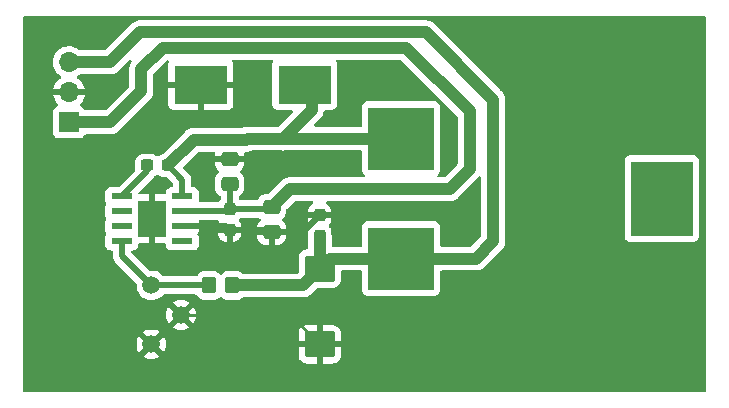
<source format=gtl>
G04 #@! TF.GenerationSoftware,KiCad,Pcbnew,(6.0.1)*
G04 #@! TF.CreationDate,2022-04-24T16:37:43-07:00*
G04 #@! TF.ProjectId,Regulator_5V,52656775-6c61-4746-9f72-5f35562e6b69,rev?*
G04 #@! TF.SameCoordinates,Original*
G04 #@! TF.FileFunction,Copper,L1,Top*
G04 #@! TF.FilePolarity,Positive*
%FSLAX46Y46*%
G04 Gerber Fmt 4.6, Leading zero omitted, Abs format (unit mm)*
G04 Created by KiCad (PCBNEW (6.0.1)) date 2022-04-24 16:37:43*
%MOMM*%
%LPD*%
G01*
G04 APERTURE LIST*
G04 Aperture macros list*
%AMRoundRect*
0 Rectangle with rounded corners*
0 $1 Rounding radius*
0 $2 $3 $4 $5 $6 $7 $8 $9 X,Y pos of 4 corners*
0 Add a 4 corners polygon primitive as box body*
4,1,4,$2,$3,$4,$5,$6,$7,$8,$9,$2,$3,0*
0 Add four circle primitives for the rounded corners*
1,1,$1+$1,$2,$3*
1,1,$1+$1,$4,$5*
1,1,$1+$1,$6,$7*
1,1,$1+$1,$8,$9*
0 Add four rect primitives between the rounded corners*
20,1,$1+$1,$2,$3,$4,$5,0*
20,1,$1+$1,$4,$5,$6,$7,0*
20,1,$1+$1,$6,$7,$8,$9,0*
20,1,$1+$1,$8,$9,$2,$3,0*%
G04 Aperture macros list end*
G04 #@! TA.AperFunction,SMDPad,CuDef*
%ADD10RoundRect,0.250000X-1.025000X0.875000X-1.025000X-0.875000X1.025000X-0.875000X1.025000X0.875000X0*%
G04 #@! TD*
G04 #@! TA.AperFunction,SMDPad,CuDef*
%ADD11RoundRect,0.237500X0.237500X-0.300000X0.237500X0.300000X-0.237500X0.300000X-0.237500X-0.300000X0*%
G04 #@! TD*
G04 #@! TA.AperFunction,SMDPad,CuDef*
%ADD12R,1.778000X0.533400*%
G04 #@! TD*
G04 #@! TA.AperFunction,SMDPad,CuDef*
%ADD13R,2.400000X3.099999*%
G04 #@! TD*
G04 #@! TA.AperFunction,SMDPad,CuDef*
%ADD14RoundRect,0.250000X-0.475000X0.337500X-0.475000X-0.337500X0.475000X-0.337500X0.475000X0.337500X0*%
G04 #@! TD*
G04 #@! TA.AperFunction,SMDPad,CuDef*
%ADD15RoundRect,0.250000X0.350000X0.450000X-0.350000X0.450000X-0.350000X-0.450000X0.350000X-0.450000X0*%
G04 #@! TD*
G04 #@! TA.AperFunction,SMDPad,CuDef*
%ADD16RoundRect,0.237500X-0.300000X-0.237500X0.300000X-0.237500X0.300000X0.237500X-0.300000X0.237500X0*%
G04 #@! TD*
G04 #@! TA.AperFunction,ComponentPad*
%ADD17R,4.500000X3.300000*%
G04 #@! TD*
G04 #@! TA.AperFunction,ComponentPad*
%ADD18C,1.498600*%
G04 #@! TD*
G04 #@! TA.AperFunction,SMDPad,CuDef*
%ADD19RoundRect,0.237500X-0.237500X0.300000X-0.237500X-0.300000X0.237500X-0.300000X0.237500X0.300000X0*%
G04 #@! TD*
G04 #@! TA.AperFunction,SMDPad,CuDef*
%ADD20R,5.588000X5.334000*%
G04 #@! TD*
G04 #@! TA.AperFunction,SMDPad,CuDef*
%ADD21R,5.283200X6.350000*%
G04 #@! TD*
G04 #@! TA.AperFunction,ComponentPad*
%ADD22R,1.700000X1.700000*%
G04 #@! TD*
G04 #@! TA.AperFunction,ComponentPad*
%ADD23O,1.700000X1.700000*%
G04 #@! TD*
G04 #@! TA.AperFunction,SMDPad,CuDef*
%ADD24RoundRect,0.250000X0.475000X-0.337500X0.475000X0.337500X-0.475000X0.337500X-0.475000X-0.337500X0*%
G04 #@! TD*
G04 #@! TA.AperFunction,ViaPad*
%ADD25C,0.800000*%
G04 #@! TD*
G04 #@! TA.AperFunction,Conductor*
%ADD26C,1.000000*%
G04 #@! TD*
G04 #@! TA.AperFunction,Conductor*
%ADD27C,0.250000*%
G04 #@! TD*
G04 #@! TA.AperFunction,Conductor*
%ADD28C,0.500000*%
G04 #@! TD*
G04 APERTURE END LIST*
D10*
X153500000Y-93820500D03*
X153500000Y-100220500D03*
D11*
X153500000Y-91025000D03*
X153500000Y-89300000D03*
D12*
X136742350Y-87686000D03*
X136742350Y-88956000D03*
X136742350Y-90226000D03*
X136742350Y-91496000D03*
X141873150Y-91496000D03*
X141873150Y-90226000D03*
X141873150Y-88956000D03*
X141873150Y-87686000D03*
D13*
X139307750Y-89591000D03*
D14*
X149436000Y-88617000D03*
X149436000Y-90692000D03*
D15*
X146118000Y-95242500D03*
X144118000Y-95242500D03*
D16*
X138921500Y-85082500D03*
X140646500Y-85082500D03*
D17*
X152228000Y-78232000D03*
X143428000Y-78232000D03*
D18*
X139258500Y-95231500D03*
X141758500Y-97731500D03*
X139258500Y-100231500D03*
D19*
X145880000Y-88792000D03*
X145880000Y-90517000D03*
D20*
X160401000Y-82804000D03*
X160401000Y-92964000D03*
D21*
X182473600Y-87884000D03*
D22*
X132275000Y-81425000D03*
D23*
X132275000Y-78885000D03*
X132275000Y-76345000D03*
D24*
X145880000Y-86628000D03*
X145880000Y-84553000D03*
D25*
X157730000Y-78030000D03*
X156200000Y-89300000D03*
X153400000Y-97100000D03*
X150300000Y-85200000D03*
X147600000Y-92700000D03*
X133400000Y-89600000D03*
X172500000Y-87500000D03*
D26*
X150406000Y-82804000D02*
X152828000Y-80382000D01*
X152828000Y-80382000D02*
X152828000Y-78232000D01*
X150406000Y-82804000D02*
X160401000Y-82804000D01*
X147400000Y-82804000D02*
X150406000Y-82804000D01*
X147303000Y-82901000D02*
X147400000Y-82804000D01*
X142828000Y-82901000D02*
X147303000Y-82901000D01*
D27*
X138921500Y-85506850D02*
X138921500Y-85082500D01*
D28*
X136742350Y-87686000D02*
X138921500Y-85506850D01*
X139258500Y-95231500D02*
X144107000Y-95231500D01*
D27*
X144107000Y-95231500D02*
X144118000Y-95242500D01*
D28*
X136742350Y-92715350D02*
X139258500Y-95231500D01*
X136742350Y-91496000D02*
X136742350Y-92715350D01*
D27*
X141758500Y-97731500D02*
X151011000Y-97731500D01*
D28*
X149436000Y-90692000D02*
X152108000Y-90692000D01*
D27*
X139258500Y-100231500D02*
X141758500Y-97731500D01*
X151011000Y-97731500D02*
X153500000Y-100220500D01*
D28*
X141873150Y-90226000D02*
X145589000Y-90226000D01*
D27*
X149261000Y-90517000D02*
X149436000Y-90692000D01*
D28*
X153500000Y-89300000D02*
X156200000Y-89300000D01*
X145589000Y-90226000D02*
X145880000Y-90517000D01*
X152108000Y-90692000D02*
X153500000Y-89300000D01*
X145880000Y-90517000D02*
X149261000Y-90517000D01*
D26*
X140200000Y-75100000D02*
X138400000Y-76900000D01*
D27*
X149261000Y-88792000D02*
X149436000Y-88617000D01*
D28*
X145880000Y-88792000D02*
X149261000Y-88792000D01*
D26*
X149436000Y-88617000D02*
X150953000Y-87100000D01*
X166200000Y-85400000D02*
X166200000Y-80500000D01*
D28*
X145716000Y-88956000D02*
X145880000Y-88792000D01*
X141873150Y-88956000D02*
X145716000Y-88956000D01*
D26*
X135775000Y-81425000D02*
X132275000Y-81425000D01*
X150953000Y-87100000D02*
X164500000Y-87100000D01*
X138400000Y-78800000D02*
X135775000Y-81425000D01*
X164500000Y-87100000D02*
X166200000Y-85400000D01*
X166200000Y-80500000D02*
X160800000Y-75100000D01*
D28*
X145880000Y-86628000D02*
X145880000Y-88792000D01*
D26*
X138400000Y-76900000D02*
X138400000Y-78800000D01*
X160800000Y-75100000D02*
X140200000Y-75100000D01*
D28*
X141873150Y-86309150D02*
X140646500Y-85082500D01*
X141873150Y-87686000D02*
X141873150Y-86309150D01*
D26*
X142828000Y-82901000D02*
X140646500Y-85082500D01*
X138320000Y-73800000D02*
X135775000Y-76345000D01*
X166736000Y-92964000D02*
X168200000Y-91500000D01*
X153500000Y-91025000D02*
X153500000Y-93820500D01*
X168200000Y-79500000D02*
X162500000Y-73800000D01*
X152078000Y-95242500D02*
X153500000Y-93820500D01*
X162500000Y-73800000D02*
X138320000Y-73800000D01*
X168200000Y-91500000D02*
X168200000Y-79500000D01*
D27*
X153500000Y-93820500D02*
X154364000Y-92956500D01*
X154356500Y-92964000D02*
X153500000Y-93820500D01*
D26*
X135775000Y-76345000D02*
X132275000Y-76345000D01*
X160401000Y-92964000D02*
X154356500Y-92964000D01*
X160401000Y-92964000D02*
X166736000Y-92964000D01*
X146118000Y-95242500D02*
X152078000Y-95242500D01*
G04 #@! TA.AperFunction,Conductor*
G36*
X186142121Y-72428002D02*
G01*
X186188614Y-72481658D01*
X186200000Y-72534000D01*
X186200000Y-104166000D01*
X186179998Y-104234121D01*
X186126342Y-104280614D01*
X186074000Y-104292000D01*
X128534000Y-104292000D01*
X128465879Y-104271998D01*
X128419386Y-104218342D01*
X128408000Y-104166000D01*
X128408000Y-101281159D01*
X138573396Y-101281159D01*
X138582692Y-101293174D01*
X138622940Y-101321356D01*
X138632435Y-101326839D01*
X138821853Y-101415166D01*
X138832145Y-101418912D01*
X139034023Y-101473005D01*
X139044818Y-101474908D01*
X139253025Y-101493124D01*
X139263975Y-101493124D01*
X139472182Y-101474908D01*
X139482977Y-101473005D01*
X139684855Y-101418912D01*
X139695147Y-101415166D01*
X139884565Y-101326839D01*
X139894060Y-101321356D01*
X139935146Y-101292587D01*
X139943521Y-101282110D01*
X139936453Y-101268663D01*
X139810385Y-101142595D01*
X151717001Y-101142595D01*
X151717338Y-101149114D01*
X151727257Y-101244706D01*
X151730149Y-101258100D01*
X151781588Y-101412284D01*
X151787761Y-101425462D01*
X151873063Y-101563307D01*
X151882099Y-101574708D01*
X151996829Y-101689239D01*
X152008240Y-101698251D01*
X152146243Y-101783316D01*
X152159424Y-101789463D01*
X152313710Y-101840638D01*
X152327086Y-101843505D01*
X152421438Y-101853172D01*
X152427854Y-101853500D01*
X153227885Y-101853500D01*
X153243124Y-101849025D01*
X153244329Y-101847635D01*
X153246000Y-101839952D01*
X153246000Y-101835384D01*
X153754000Y-101835384D01*
X153758475Y-101850623D01*
X153759865Y-101851828D01*
X153767548Y-101853499D01*
X154572095Y-101853499D01*
X154578614Y-101853162D01*
X154674206Y-101843243D01*
X154687600Y-101840351D01*
X154841784Y-101788912D01*
X154854962Y-101782739D01*
X154992807Y-101697437D01*
X155004208Y-101688401D01*
X155118739Y-101573671D01*
X155127751Y-101562260D01*
X155212816Y-101424257D01*
X155218963Y-101411076D01*
X155270138Y-101256790D01*
X155273005Y-101243414D01*
X155282672Y-101149062D01*
X155283000Y-101142646D01*
X155283000Y-100492615D01*
X155278525Y-100477376D01*
X155277135Y-100476171D01*
X155269452Y-100474500D01*
X153772115Y-100474500D01*
X153756876Y-100478975D01*
X153755671Y-100480365D01*
X153754000Y-100488048D01*
X153754000Y-101835384D01*
X153246000Y-101835384D01*
X153246000Y-100492615D01*
X153241525Y-100477376D01*
X153240135Y-100476171D01*
X153232452Y-100474500D01*
X151735116Y-100474500D01*
X151719877Y-100478975D01*
X151718672Y-100480365D01*
X151717001Y-100488048D01*
X151717001Y-101142595D01*
X139810385Y-101142595D01*
X139271312Y-100603522D01*
X139257368Y-100595908D01*
X139255535Y-100596039D01*
X139248920Y-100600290D01*
X138579826Y-101269384D01*
X138573396Y-101281159D01*
X128408000Y-101281159D01*
X128408000Y-100236975D01*
X137996876Y-100236975D01*
X138015092Y-100445182D01*
X138016995Y-100455977D01*
X138071088Y-100657855D01*
X138074834Y-100668147D01*
X138163161Y-100857564D01*
X138168644Y-100867060D01*
X138197413Y-100908146D01*
X138207890Y-100916521D01*
X138221338Y-100909452D01*
X138886478Y-100244312D01*
X138892856Y-100232632D01*
X139622908Y-100232632D01*
X139623039Y-100234465D01*
X139627290Y-100241080D01*
X140296384Y-100910174D01*
X140308159Y-100916604D01*
X140320174Y-100907308D01*
X140348356Y-100867060D01*
X140353839Y-100857564D01*
X140442166Y-100668147D01*
X140445912Y-100657855D01*
X140500005Y-100455977D01*
X140501908Y-100445182D01*
X140520124Y-100236975D01*
X140520124Y-100226025D01*
X140501908Y-100017818D01*
X140500005Y-100007023D01*
X140484293Y-99948385D01*
X151717000Y-99948385D01*
X151721475Y-99963624D01*
X151722865Y-99964829D01*
X151730548Y-99966500D01*
X153227885Y-99966500D01*
X153243124Y-99962025D01*
X153244329Y-99960635D01*
X153246000Y-99952952D01*
X153246000Y-99948385D01*
X153754000Y-99948385D01*
X153758475Y-99963624D01*
X153759865Y-99964829D01*
X153767548Y-99966500D01*
X155264884Y-99966500D01*
X155280123Y-99962025D01*
X155281328Y-99960635D01*
X155282999Y-99952952D01*
X155282999Y-99298405D01*
X155282662Y-99291886D01*
X155272743Y-99196294D01*
X155269851Y-99182900D01*
X155218412Y-99028716D01*
X155212239Y-99015538D01*
X155126937Y-98877693D01*
X155117901Y-98866292D01*
X155003171Y-98751761D01*
X154991760Y-98742749D01*
X154853757Y-98657684D01*
X154840576Y-98651537D01*
X154686290Y-98600362D01*
X154672914Y-98597495D01*
X154578562Y-98587828D01*
X154572145Y-98587500D01*
X153772115Y-98587500D01*
X153756876Y-98591975D01*
X153755671Y-98593365D01*
X153754000Y-98601048D01*
X153754000Y-99948385D01*
X153246000Y-99948385D01*
X153246000Y-98605616D01*
X153241525Y-98590377D01*
X153240135Y-98589172D01*
X153232452Y-98587501D01*
X152427905Y-98587501D01*
X152421386Y-98587838D01*
X152325794Y-98597757D01*
X152312400Y-98600649D01*
X152158216Y-98652088D01*
X152145038Y-98658261D01*
X152007193Y-98743563D01*
X151995792Y-98752599D01*
X151881261Y-98867329D01*
X151872249Y-98878740D01*
X151787184Y-99016743D01*
X151781037Y-99029924D01*
X151729862Y-99184210D01*
X151726995Y-99197586D01*
X151717328Y-99291938D01*
X151717000Y-99298355D01*
X151717000Y-99948385D01*
X140484293Y-99948385D01*
X140445912Y-99805145D01*
X140442166Y-99794853D01*
X140353839Y-99605436D01*
X140348356Y-99595940D01*
X140319587Y-99554854D01*
X140309110Y-99546479D01*
X140295662Y-99553548D01*
X139630522Y-100218688D01*
X139622908Y-100232632D01*
X138892856Y-100232632D01*
X138894092Y-100230368D01*
X138893961Y-100228535D01*
X138889710Y-100221920D01*
X138220616Y-99552826D01*
X138208841Y-99546396D01*
X138196826Y-99555692D01*
X138168644Y-99595940D01*
X138163161Y-99605436D01*
X138074834Y-99794853D01*
X138071088Y-99805145D01*
X138016995Y-100007023D01*
X138015092Y-100017818D01*
X137996876Y-100226025D01*
X137996876Y-100236975D01*
X128408000Y-100236975D01*
X128408000Y-99180890D01*
X138573479Y-99180890D01*
X138580548Y-99194338D01*
X139245688Y-99859478D01*
X139259632Y-99867092D01*
X139261465Y-99866961D01*
X139268080Y-99862710D01*
X139937174Y-99193616D01*
X139943604Y-99181841D01*
X139934308Y-99169826D01*
X139894060Y-99141644D01*
X139884565Y-99136161D01*
X139695147Y-99047834D01*
X139684855Y-99044088D01*
X139482977Y-98989995D01*
X139472182Y-98988092D01*
X139263975Y-98969876D01*
X139253025Y-98969876D01*
X139044818Y-98988092D01*
X139034023Y-98989995D01*
X138832145Y-99044088D01*
X138821853Y-99047834D01*
X138632436Y-99136161D01*
X138622940Y-99141644D01*
X138581854Y-99170413D01*
X138573479Y-99180890D01*
X128408000Y-99180890D01*
X128408000Y-98781159D01*
X141073396Y-98781159D01*
X141082692Y-98793174D01*
X141122940Y-98821356D01*
X141132435Y-98826839D01*
X141321853Y-98915166D01*
X141332145Y-98918912D01*
X141534023Y-98973005D01*
X141544818Y-98974908D01*
X141753025Y-98993124D01*
X141763975Y-98993124D01*
X141972182Y-98974908D01*
X141982977Y-98973005D01*
X142184855Y-98918912D01*
X142195147Y-98915166D01*
X142384565Y-98826839D01*
X142394060Y-98821356D01*
X142435146Y-98792587D01*
X142443521Y-98782110D01*
X142436453Y-98768663D01*
X141771312Y-98103522D01*
X141757368Y-98095908D01*
X141755535Y-98096039D01*
X141748920Y-98100290D01*
X141079826Y-98769384D01*
X141073396Y-98781159D01*
X128408000Y-98781159D01*
X128408000Y-97736975D01*
X140496876Y-97736975D01*
X140515092Y-97945182D01*
X140516995Y-97955977D01*
X140571088Y-98157855D01*
X140574834Y-98168147D01*
X140663161Y-98357564D01*
X140668644Y-98367060D01*
X140697413Y-98408146D01*
X140707890Y-98416521D01*
X140721338Y-98409452D01*
X141386478Y-97744312D01*
X141392856Y-97732632D01*
X142122908Y-97732632D01*
X142123039Y-97734465D01*
X142127290Y-97741080D01*
X142796384Y-98410174D01*
X142808159Y-98416604D01*
X142820174Y-98407308D01*
X142848356Y-98367060D01*
X142853839Y-98357564D01*
X142942166Y-98168147D01*
X142945912Y-98157855D01*
X143000005Y-97955977D01*
X143001908Y-97945182D01*
X143020124Y-97736975D01*
X143020124Y-97726025D01*
X143001908Y-97517818D01*
X143000005Y-97507023D01*
X142945912Y-97305145D01*
X142942166Y-97294853D01*
X142853839Y-97105436D01*
X142848356Y-97095940D01*
X142819587Y-97054854D01*
X142809110Y-97046479D01*
X142795662Y-97053548D01*
X142130522Y-97718688D01*
X142122908Y-97732632D01*
X141392856Y-97732632D01*
X141394092Y-97730368D01*
X141393961Y-97728535D01*
X141389710Y-97721920D01*
X140720616Y-97052826D01*
X140708841Y-97046396D01*
X140696826Y-97055692D01*
X140668644Y-97095940D01*
X140663161Y-97105436D01*
X140574834Y-97294853D01*
X140571088Y-97305145D01*
X140516995Y-97507023D01*
X140515092Y-97517818D01*
X140496876Y-97726025D01*
X140496876Y-97736975D01*
X128408000Y-97736975D01*
X128408000Y-96680890D01*
X141073479Y-96680890D01*
X141080548Y-96694338D01*
X141745688Y-97359478D01*
X141759632Y-97367092D01*
X141761465Y-97366961D01*
X141768080Y-97362710D01*
X142437174Y-96693616D01*
X142443604Y-96681841D01*
X142434308Y-96669826D01*
X142394060Y-96641644D01*
X142384565Y-96636161D01*
X142195147Y-96547834D01*
X142184855Y-96544088D01*
X141982977Y-96489995D01*
X141972182Y-96488092D01*
X141763975Y-96469876D01*
X141753025Y-96469876D01*
X141544818Y-96488092D01*
X141534023Y-96489995D01*
X141332145Y-96544088D01*
X141321853Y-96547834D01*
X141132436Y-96636161D01*
X141122940Y-96641644D01*
X141081854Y-96670413D01*
X141073479Y-96680890D01*
X128408000Y-96680890D01*
X128408000Y-76311695D01*
X130912251Y-76311695D01*
X130912548Y-76316848D01*
X130912548Y-76316851D01*
X130921476Y-76471684D01*
X130925110Y-76534715D01*
X130926247Y-76539761D01*
X130926248Y-76539767D01*
X130950304Y-76646508D01*
X130974222Y-76752639D01*
X131058266Y-76959616D01*
X131060965Y-76964020D01*
X131139021Y-77091396D01*
X131174987Y-77150088D01*
X131321250Y-77318938D01*
X131493126Y-77461632D01*
X131566955Y-77504774D01*
X131615679Y-77556412D01*
X131628750Y-77626195D01*
X131602019Y-77691967D01*
X131561562Y-77725327D01*
X131553457Y-77729546D01*
X131544738Y-77735036D01*
X131374433Y-77862905D01*
X131366726Y-77869748D01*
X131219590Y-78023717D01*
X131213104Y-78031727D01*
X131093098Y-78207649D01*
X131088000Y-78216623D01*
X130998338Y-78409783D01*
X130994775Y-78419470D01*
X130939389Y-78619183D01*
X130940912Y-78627607D01*
X130953292Y-78631000D01*
X133593344Y-78631000D01*
X133606875Y-78627027D01*
X133608180Y-78617947D01*
X133566214Y-78450875D01*
X133562894Y-78441124D01*
X133477972Y-78245814D01*
X133473105Y-78236739D01*
X133357426Y-78057926D01*
X133351136Y-78049757D01*
X133207806Y-77892240D01*
X133200273Y-77885215D01*
X133033139Y-77753222D01*
X133024556Y-77747520D01*
X132987602Y-77727120D01*
X132937631Y-77676687D01*
X132922859Y-77607245D01*
X132947975Y-77540839D01*
X132975327Y-77514232D01*
X133150651Y-77389175D01*
X133154860Y-77386173D01*
X133157886Y-77383157D01*
X133222588Y-77354570D01*
X133238976Y-77353500D01*
X135713157Y-77353500D01*
X135726764Y-77354237D01*
X135758262Y-77357659D01*
X135758267Y-77357659D01*
X135764388Y-77358324D01*
X135790638Y-77356027D01*
X135814388Y-77353950D01*
X135819214Y-77353621D01*
X135821686Y-77353500D01*
X135824769Y-77353500D01*
X135836738Y-77352326D01*
X135867506Y-77349310D01*
X135868819Y-77349188D01*
X135913084Y-77345315D01*
X135961413Y-77341087D01*
X135966532Y-77339600D01*
X135971833Y-77339080D01*
X136060834Y-77312209D01*
X136061967Y-77311874D01*
X136145414Y-77287630D01*
X136145418Y-77287628D01*
X136151336Y-77285909D01*
X136156068Y-77283456D01*
X136161169Y-77281916D01*
X136166612Y-77279022D01*
X136243260Y-77238269D01*
X136244426Y-77237657D01*
X136321453Y-77197729D01*
X136326926Y-77194892D01*
X136331089Y-77191569D01*
X136335796Y-77189066D01*
X136407918Y-77130245D01*
X136408774Y-77129554D01*
X136447973Y-77098262D01*
X136450477Y-77095758D01*
X136451195Y-77095116D01*
X136455528Y-77091415D01*
X136489062Y-77064065D01*
X136518288Y-77028737D01*
X136526277Y-77019958D01*
X137356773Y-76189462D01*
X137419085Y-76155436D01*
X137489900Y-76160501D01*
X137546736Y-76203048D01*
X137571547Y-76269568D01*
X137556912Y-76338098D01*
X137514023Y-76418086D01*
X137513394Y-76419245D01*
X137471538Y-76495381D01*
X137471535Y-76495389D01*
X137468567Y-76500787D01*
X137466955Y-76505869D01*
X137464438Y-76510563D01*
X137437238Y-76599531D01*
X137436918Y-76600559D01*
X137408765Y-76689306D01*
X137408171Y-76694602D01*
X137406613Y-76699698D01*
X137401748Y-76747596D01*
X137397218Y-76792187D01*
X137397089Y-76793393D01*
X137391500Y-76843227D01*
X137391500Y-76846754D01*
X137391445Y-76847739D01*
X137390998Y-76853419D01*
X137386626Y-76896462D01*
X137387206Y-76902593D01*
X137390941Y-76942109D01*
X137391500Y-76953967D01*
X137391500Y-78330076D01*
X137371498Y-78398197D01*
X137354595Y-78419171D01*
X135394171Y-80379595D01*
X135331859Y-80413621D01*
X135305076Y-80416500D01*
X133696009Y-80416500D01*
X133627888Y-80396498D01*
X133581395Y-80342842D01*
X133579097Y-80337306D01*
X133578767Y-80336703D01*
X133575615Y-80328295D01*
X133488261Y-80211739D01*
X133371705Y-80124385D01*
X133252687Y-80079767D01*
X133195923Y-80037125D01*
X133171223Y-79970564D01*
X133186430Y-79901215D01*
X133207977Y-79872535D01*
X133309052Y-79771812D01*
X133315730Y-79763965D01*
X133440003Y-79591020D01*
X133445313Y-79582183D01*
X133539670Y-79391267D01*
X133543469Y-79381672D01*
X133605377Y-79177910D01*
X133607555Y-79167837D01*
X133608986Y-79156962D01*
X133606775Y-79142778D01*
X133593617Y-79139000D01*
X130958225Y-79139000D01*
X130944694Y-79142973D01*
X130943257Y-79152966D01*
X130973565Y-79287446D01*
X130976645Y-79297275D01*
X131056770Y-79494603D01*
X131061413Y-79503794D01*
X131172694Y-79685388D01*
X131178777Y-79693699D01*
X131318213Y-79854667D01*
X131325577Y-79861879D01*
X131330522Y-79865985D01*
X131370156Y-79924889D01*
X131371653Y-79995870D01*
X131334537Y-80056392D01*
X131294264Y-80080910D01*
X131186705Y-80121232D01*
X131186704Y-80121233D01*
X131178295Y-80124385D01*
X131061739Y-80211739D01*
X130974385Y-80328295D01*
X130923255Y-80464684D01*
X130916500Y-80526866D01*
X130916500Y-82323134D01*
X130923255Y-82385316D01*
X130974385Y-82521705D01*
X131061739Y-82638261D01*
X131178295Y-82725615D01*
X131314684Y-82776745D01*
X131376866Y-82783500D01*
X133173134Y-82783500D01*
X133235316Y-82776745D01*
X133371705Y-82725615D01*
X133488261Y-82638261D01*
X133575615Y-82521705D01*
X133578767Y-82513296D01*
X133583077Y-82505425D01*
X133584741Y-82506336D01*
X133620663Y-82458510D01*
X133687224Y-82433807D01*
X133696009Y-82433500D01*
X135713157Y-82433500D01*
X135726764Y-82434237D01*
X135758262Y-82437659D01*
X135758267Y-82437659D01*
X135764388Y-82438324D01*
X135790638Y-82436027D01*
X135814388Y-82433950D01*
X135819214Y-82433621D01*
X135821686Y-82433500D01*
X135824769Y-82433500D01*
X135836738Y-82432326D01*
X135867506Y-82429310D01*
X135868819Y-82429188D01*
X135913084Y-82425315D01*
X135961413Y-82421087D01*
X135966532Y-82419600D01*
X135971833Y-82419080D01*
X136060834Y-82392209D01*
X136061967Y-82391874D01*
X136145414Y-82367630D01*
X136145418Y-82367628D01*
X136151336Y-82365909D01*
X136156068Y-82363456D01*
X136161169Y-82361916D01*
X136166612Y-82359022D01*
X136243260Y-82318269D01*
X136244426Y-82317657D01*
X136321453Y-82277729D01*
X136326926Y-82274892D01*
X136331089Y-82271569D01*
X136335796Y-82269066D01*
X136407918Y-82210245D01*
X136408774Y-82209554D01*
X136447973Y-82178262D01*
X136450477Y-82175758D01*
X136451195Y-82175116D01*
X136455528Y-82171415D01*
X136489062Y-82144065D01*
X136518288Y-82108737D01*
X136526277Y-82099958D01*
X138699565Y-79926669D01*
X140670001Y-79926669D01*
X140670371Y-79933490D01*
X140675895Y-79984352D01*
X140679521Y-79999604D01*
X140724676Y-80120054D01*
X140733214Y-80135649D01*
X140809715Y-80237724D01*
X140822276Y-80250285D01*
X140924351Y-80326786D01*
X140939946Y-80335324D01*
X141060394Y-80380478D01*
X141075649Y-80384105D01*
X141126514Y-80389631D01*
X141133328Y-80390000D01*
X143155885Y-80390000D01*
X143171124Y-80385525D01*
X143172329Y-80384135D01*
X143174000Y-80376452D01*
X143174000Y-80371884D01*
X143682000Y-80371884D01*
X143686475Y-80387123D01*
X143687865Y-80388328D01*
X143695548Y-80389999D01*
X145722669Y-80389999D01*
X145729490Y-80389629D01*
X145780352Y-80384105D01*
X145795604Y-80380479D01*
X145916054Y-80335324D01*
X145931649Y-80326786D01*
X146033724Y-80250285D01*
X146046285Y-80237724D01*
X146122786Y-80135649D01*
X146131324Y-80120054D01*
X146176478Y-79999606D01*
X146180105Y-79984351D01*
X146185631Y-79933486D01*
X146186000Y-79926672D01*
X146186000Y-78504115D01*
X146181525Y-78488876D01*
X146180135Y-78487671D01*
X146172452Y-78486000D01*
X143700115Y-78486000D01*
X143684876Y-78490475D01*
X143683671Y-78491865D01*
X143682000Y-78499548D01*
X143682000Y-80371884D01*
X143174000Y-80371884D01*
X143174000Y-78504115D01*
X143169525Y-78488876D01*
X143168135Y-78487671D01*
X143160452Y-78486000D01*
X140688116Y-78486000D01*
X140672877Y-78490475D01*
X140671672Y-78491865D01*
X140670001Y-78499548D01*
X140670001Y-79926669D01*
X138699565Y-79926669D01*
X139069379Y-79556855D01*
X139079522Y-79547753D01*
X139104218Y-79527897D01*
X139109025Y-79524032D01*
X139141292Y-79485578D01*
X139144473Y-79481930D01*
X139146117Y-79480117D01*
X139148309Y-79477925D01*
X139175580Y-79444724D01*
X139176362Y-79443782D01*
X139232193Y-79377247D01*
X139232195Y-79377244D01*
X139236154Y-79372526D01*
X139238723Y-79367853D01*
X139242103Y-79363738D01*
X139274462Y-79303391D01*
X139286028Y-79281820D01*
X139286657Y-79280662D01*
X139328465Y-79204612D01*
X139328465Y-79204611D01*
X139331433Y-79199213D01*
X139333044Y-79194135D01*
X139335563Y-79189437D01*
X139362753Y-79100502D01*
X139363136Y-79099272D01*
X139389371Y-79016570D01*
X139391235Y-79010694D01*
X139391828Y-79005403D01*
X139393388Y-79000302D01*
X139402795Y-78907689D01*
X139402915Y-78906569D01*
X139408500Y-78856773D01*
X139408500Y-78853244D01*
X139408555Y-78852261D01*
X139409004Y-78846556D01*
X139412752Y-78809664D01*
X139412752Y-78809661D01*
X139413374Y-78803537D01*
X139409059Y-78757888D01*
X139408500Y-78746031D01*
X139408500Y-77369925D01*
X139428502Y-77301804D01*
X139445405Y-77280830D01*
X140518790Y-76207444D01*
X140581102Y-76173419D01*
X140651917Y-76178483D01*
X140708753Y-76221030D01*
X140733564Y-76287550D01*
X140725867Y-76340769D01*
X140679522Y-76464394D01*
X140675895Y-76479649D01*
X140670369Y-76530514D01*
X140670000Y-76537328D01*
X140670000Y-77959885D01*
X140674475Y-77975124D01*
X140675865Y-77976329D01*
X140683548Y-77978000D01*
X146167884Y-77978000D01*
X146183123Y-77973525D01*
X146184328Y-77972135D01*
X146185999Y-77964452D01*
X146185999Y-76537331D01*
X146185629Y-76530510D01*
X146180105Y-76479648D01*
X146176479Y-76464396D01*
X146131324Y-76343946D01*
X146122786Y-76328352D01*
X146109081Y-76310065D01*
X146084233Y-76243559D01*
X146099286Y-76174176D01*
X146149460Y-76123946D01*
X146209907Y-76108500D01*
X149445468Y-76108500D01*
X149513589Y-76128502D01*
X149560082Y-76182158D01*
X149570186Y-76252432D01*
X149546294Y-76310065D01*
X149527385Y-76335295D01*
X149476255Y-76471684D01*
X149469500Y-76533866D01*
X149469500Y-79930134D01*
X149476255Y-79992316D01*
X149527385Y-80128705D01*
X149614739Y-80245261D01*
X149731295Y-80332615D01*
X149867684Y-80383745D01*
X149929866Y-80390500D01*
X151089075Y-80390500D01*
X151157196Y-80410502D01*
X151203689Y-80464158D01*
X151213793Y-80534432D01*
X151184299Y-80599012D01*
X151178170Y-80605595D01*
X150025171Y-81758595D01*
X149962859Y-81792620D01*
X149936076Y-81795500D01*
X147461850Y-81795500D01*
X147448242Y-81794763D01*
X147447662Y-81794700D01*
X147410612Y-81790675D01*
X147360570Y-81795053D01*
X147355788Y-81795379D01*
X147353310Y-81795500D01*
X147350231Y-81795500D01*
X147347177Y-81795799D01*
X147347166Y-81795800D01*
X147307529Y-81799687D01*
X147306215Y-81799809D01*
X147270688Y-81802917D01*
X147213587Y-81807913D01*
X147208468Y-81809400D01*
X147203167Y-81809920D01*
X147114166Y-81836791D01*
X147113033Y-81837126D01*
X147029586Y-81861370D01*
X147029582Y-81861372D01*
X147023664Y-81863091D01*
X147018932Y-81865544D01*
X147013831Y-81867084D01*
X147008400Y-81869972D01*
X147008392Y-81869975D01*
X146993766Y-81877752D01*
X146934614Y-81892500D01*
X142889843Y-81892500D01*
X142876236Y-81891763D01*
X142844738Y-81888341D01*
X142844733Y-81888341D01*
X142838612Y-81887676D01*
X142812362Y-81889973D01*
X142788612Y-81892050D01*
X142783786Y-81892379D01*
X142781314Y-81892500D01*
X142778231Y-81892500D01*
X142766262Y-81893674D01*
X142735494Y-81896690D01*
X142734181Y-81896812D01*
X142689916Y-81900685D01*
X142641587Y-81904913D01*
X142636468Y-81906400D01*
X142631167Y-81906920D01*
X142542166Y-81933791D01*
X142541033Y-81934126D01*
X142457586Y-81958370D01*
X142457582Y-81958372D01*
X142451664Y-81960091D01*
X142446932Y-81962544D01*
X142441831Y-81964084D01*
X142436388Y-81966978D01*
X142359740Y-82007731D01*
X142358574Y-82008343D01*
X142281547Y-82048271D01*
X142276074Y-82051108D01*
X142271911Y-82054431D01*
X142267204Y-82056934D01*
X142195082Y-82115755D01*
X142194226Y-82116446D01*
X142155027Y-82147738D01*
X142152523Y-82150242D01*
X142151805Y-82150884D01*
X142147472Y-82154585D01*
X142113938Y-82181935D01*
X142110011Y-82186682D01*
X142110009Y-82186684D01*
X142084713Y-82217262D01*
X142076723Y-82226042D01*
X140214026Y-84088739D01*
X140164807Y-84119168D01*
X140027893Y-84164846D01*
X140021661Y-84168702D01*
X140021662Y-84168702D01*
X139887490Y-84251730D01*
X139879969Y-84256384D01*
X139873077Y-84263288D01*
X139871613Y-84264089D01*
X139869062Y-84266111D01*
X139868716Y-84265674D01*
X139810796Y-84297366D01*
X139739976Y-84292363D01*
X139694890Y-84263444D01*
X139692184Y-84260743D01*
X139687003Y-84255571D01*
X139680772Y-84251730D01*
X139545150Y-84168131D01*
X139545148Y-84168130D01*
X139538920Y-84164291D01*
X139373809Y-84109526D01*
X139366973Y-84108826D01*
X139366970Y-84108825D01*
X139315474Y-84103549D01*
X139271072Y-84099000D01*
X138571928Y-84099000D01*
X138568682Y-84099337D01*
X138568678Y-84099337D01*
X138474765Y-84109081D01*
X138474761Y-84109082D01*
X138467907Y-84109793D01*
X138461371Y-84111974D01*
X138461369Y-84111974D01*
X138328605Y-84156268D01*
X138302893Y-84164846D01*
X138154969Y-84256384D01*
X138149796Y-84261566D01*
X138037242Y-84374316D01*
X138037238Y-84374321D01*
X138032071Y-84379497D01*
X138028231Y-84385727D01*
X138028230Y-84385728D01*
X137975851Y-84470703D01*
X137940791Y-84527580D01*
X137886026Y-84692691D01*
X137875500Y-84795428D01*
X137875500Y-85369572D01*
X137875837Y-85372818D01*
X137875837Y-85372822D01*
X137879705Y-85410097D01*
X137866841Y-85479918D01*
X137843473Y-85512196D01*
X136481774Y-86873895D01*
X136419462Y-86907921D01*
X136392679Y-86910800D01*
X135805216Y-86910800D01*
X135743034Y-86917555D01*
X135606645Y-86968685D01*
X135490089Y-87056039D01*
X135402735Y-87172595D01*
X135351605Y-87308984D01*
X135344850Y-87371166D01*
X135344850Y-88000834D01*
X135351605Y-88063016D01*
X135402735Y-88199405D01*
X135437234Y-88245437D01*
X135462081Y-88311941D01*
X135447028Y-88381323D01*
X135437240Y-88396555D01*
X135402735Y-88442595D01*
X135351605Y-88578984D01*
X135344850Y-88641166D01*
X135344850Y-89270834D01*
X135351605Y-89333016D01*
X135402735Y-89469405D01*
X135437234Y-89515437D01*
X135462081Y-89581941D01*
X135447028Y-89651323D01*
X135437240Y-89666555D01*
X135402735Y-89712595D01*
X135351605Y-89848984D01*
X135344850Y-89911166D01*
X135344850Y-90540834D01*
X135351605Y-90603016D01*
X135402735Y-90739405D01*
X135437234Y-90785437D01*
X135462081Y-90851941D01*
X135447028Y-90921323D01*
X135437240Y-90936555D01*
X135402735Y-90982595D01*
X135351605Y-91118984D01*
X135344850Y-91181166D01*
X135344850Y-91810834D01*
X135351605Y-91873016D01*
X135402735Y-92009405D01*
X135490089Y-92125961D01*
X135606645Y-92213315D01*
X135743034Y-92264445D01*
X135805216Y-92271200D01*
X135857850Y-92271200D01*
X135925971Y-92291202D01*
X135972464Y-92344858D01*
X135983850Y-92397200D01*
X135983850Y-92648280D01*
X135982417Y-92667230D01*
X135979151Y-92688699D01*
X135979744Y-92695991D01*
X135979744Y-92695994D01*
X135983435Y-92741368D01*
X135983850Y-92751583D01*
X135983850Y-92759643D01*
X135984275Y-92763287D01*
X135987139Y-92787857D01*
X135987572Y-92792232D01*
X135993490Y-92864987D01*
X135995746Y-92871951D01*
X135996937Y-92877910D01*
X135998321Y-92883765D01*
X135999168Y-92891031D01*
X136024085Y-92959677D01*
X136025502Y-92963805D01*
X136047999Y-93033249D01*
X136051795Y-93039504D01*
X136054301Y-93044978D01*
X136057020Y-93050408D01*
X136059517Y-93057287D01*
X136063530Y-93063407D01*
X136063530Y-93063408D01*
X136099536Y-93118326D01*
X136101873Y-93122030D01*
X136139755Y-93184457D01*
X136143471Y-93188665D01*
X136143472Y-93188666D01*
X136147153Y-93192834D01*
X136147126Y-93192858D01*
X136149779Y-93195850D01*
X136152482Y-93199083D01*
X136156494Y-93205202D01*
X136161806Y-93210234D01*
X136212733Y-93258478D01*
X136215175Y-93260856D01*
X137969629Y-95015310D01*
X138003655Y-95077622D01*
X138006054Y-95115387D01*
X137995895Y-95231500D01*
X138015077Y-95450749D01*
X138016501Y-95456063D01*
X138016501Y-95456064D01*
X138016720Y-95456879D01*
X138072039Y-95663336D01*
X138074361Y-95668316D01*
X138074362Y-95668318D01*
X138104739Y-95733460D01*
X138165052Y-95862802D01*
X138291288Y-96043087D01*
X138446913Y-96198712D01*
X138451421Y-96201869D01*
X138451424Y-96201871D01*
X138585349Y-96295646D01*
X138627197Y-96324948D01*
X138632179Y-96327271D01*
X138632184Y-96327274D01*
X138760094Y-96386919D01*
X138826664Y-96417961D01*
X138831972Y-96419383D01*
X138831974Y-96419384D01*
X139033936Y-96473499D01*
X139033937Y-96473499D01*
X139039251Y-96474923D01*
X139258500Y-96494105D01*
X139477749Y-96474923D01*
X139483063Y-96473499D01*
X139483064Y-96473499D01*
X139685026Y-96419384D01*
X139685028Y-96419383D01*
X139690336Y-96417961D01*
X139756906Y-96386919D01*
X139884816Y-96327274D01*
X139884821Y-96327271D01*
X139889803Y-96324948D01*
X139931651Y-96295646D01*
X140065576Y-96201871D01*
X140065579Y-96201869D01*
X140070087Y-96198712D01*
X140225712Y-96043087D01*
X140228873Y-96038573D01*
X140231866Y-96035006D01*
X140290977Y-95995681D01*
X140328386Y-95990000D01*
X142989882Y-95990000D01*
X143058003Y-96010002D01*
X143097026Y-96049697D01*
X143146702Y-96129971D01*
X143169522Y-96166848D01*
X143294697Y-96291805D01*
X143300927Y-96295645D01*
X143300928Y-96295646D01*
X143438090Y-96380194D01*
X143445262Y-96384615D01*
X143525005Y-96411064D01*
X143606611Y-96438132D01*
X143606613Y-96438132D01*
X143613139Y-96440297D01*
X143619975Y-96440997D01*
X143619978Y-96440998D01*
X143663031Y-96445409D01*
X143717600Y-96451000D01*
X144518400Y-96451000D01*
X144521646Y-96450663D01*
X144521650Y-96450663D01*
X144617308Y-96440738D01*
X144617312Y-96440737D01*
X144624166Y-96440026D01*
X144630702Y-96437845D01*
X144630704Y-96437845D01*
X144762806Y-96393772D01*
X144791946Y-96384050D01*
X144942348Y-96290978D01*
X145028784Y-96204391D01*
X145091066Y-96170312D01*
X145161886Y-96175315D01*
X145206975Y-96204236D01*
X145253519Y-96250699D01*
X145294697Y-96291805D01*
X145300927Y-96295645D01*
X145300928Y-96295646D01*
X145438090Y-96380194D01*
X145445262Y-96384615D01*
X145525005Y-96411064D01*
X145606611Y-96438132D01*
X145606613Y-96438132D01*
X145613139Y-96440297D01*
X145619975Y-96440997D01*
X145619978Y-96440998D01*
X145663031Y-96445409D01*
X145717600Y-96451000D01*
X146518400Y-96451000D01*
X146521646Y-96450663D01*
X146521650Y-96450663D01*
X146617308Y-96440738D01*
X146617312Y-96440737D01*
X146624166Y-96440026D01*
X146630702Y-96437845D01*
X146630704Y-96437845D01*
X146762806Y-96393772D01*
X146791946Y-96384050D01*
X146942348Y-96290978D01*
X146947521Y-96285796D01*
X146953255Y-96281251D01*
X146954581Y-96282924D01*
X147007625Y-96253902D01*
X147034511Y-96251000D01*
X152016157Y-96251000D01*
X152029764Y-96251737D01*
X152061262Y-96255159D01*
X152061267Y-96255159D01*
X152067388Y-96255824D01*
X152093638Y-96253527D01*
X152117388Y-96251450D01*
X152122214Y-96251121D01*
X152124686Y-96251000D01*
X152127769Y-96251000D01*
X152139738Y-96249826D01*
X152170506Y-96246810D01*
X152171819Y-96246688D01*
X152216084Y-96242815D01*
X152264413Y-96238587D01*
X152269532Y-96237100D01*
X152274833Y-96236580D01*
X152363834Y-96209709D01*
X152364967Y-96209374D01*
X152448414Y-96185130D01*
X152448418Y-96185128D01*
X152454336Y-96183409D01*
X152459068Y-96180956D01*
X152464169Y-96179416D01*
X152499520Y-96160620D01*
X152546260Y-96135769D01*
X152547426Y-96135157D01*
X152624453Y-96095229D01*
X152629926Y-96092392D01*
X152634089Y-96089069D01*
X152638796Y-96086566D01*
X152644867Y-96081615D01*
X152651470Y-96076229D01*
X152710918Y-96027745D01*
X152711774Y-96027054D01*
X152750973Y-95995762D01*
X152753477Y-95993258D01*
X152754195Y-95992616D01*
X152758528Y-95988915D01*
X152792062Y-95961565D01*
X152821288Y-95926237D01*
X152829277Y-95917458D01*
X153255830Y-95490905D01*
X153318142Y-95456879D01*
X153344925Y-95454000D01*
X154575400Y-95454000D01*
X154578646Y-95453663D01*
X154578650Y-95453663D01*
X154674308Y-95443738D01*
X154674312Y-95443737D01*
X154681166Y-95443026D01*
X154687702Y-95440845D01*
X154687704Y-95440845D01*
X154841998Y-95389368D01*
X154848946Y-95387050D01*
X154999348Y-95293978D01*
X155124305Y-95168803D01*
X155180510Y-95077622D01*
X155213275Y-95024468D01*
X155213276Y-95024466D01*
X155217115Y-95018238D01*
X155272797Y-94850361D01*
X155283500Y-94745900D01*
X155283500Y-94098500D01*
X155303502Y-94030379D01*
X155357158Y-93983886D01*
X155409500Y-93972500D01*
X156972500Y-93972500D01*
X157040621Y-93992502D01*
X157087114Y-94046158D01*
X157098500Y-94098500D01*
X157098500Y-95679134D01*
X157105255Y-95741316D01*
X157156385Y-95877705D01*
X157243739Y-95994261D01*
X157360295Y-96081615D01*
X157496684Y-96132745D01*
X157558866Y-96139500D01*
X163243134Y-96139500D01*
X163305316Y-96132745D01*
X163441705Y-96081615D01*
X163558261Y-95994261D01*
X163645615Y-95877705D01*
X163696745Y-95741316D01*
X163703500Y-95679134D01*
X163703500Y-94098500D01*
X163723502Y-94030379D01*
X163777158Y-93983886D01*
X163829500Y-93972500D01*
X166674157Y-93972500D01*
X166687764Y-93973237D01*
X166719262Y-93976659D01*
X166719267Y-93976659D01*
X166725388Y-93977324D01*
X166751638Y-93975027D01*
X166775388Y-93972950D01*
X166780214Y-93972621D01*
X166782686Y-93972500D01*
X166785769Y-93972500D01*
X166797738Y-93971326D01*
X166828506Y-93968310D01*
X166829819Y-93968188D01*
X166874084Y-93964315D01*
X166922413Y-93960087D01*
X166927532Y-93958600D01*
X166932833Y-93958080D01*
X167021834Y-93931209D01*
X167022967Y-93930874D01*
X167106414Y-93906630D01*
X167106418Y-93906628D01*
X167112336Y-93904909D01*
X167117068Y-93902456D01*
X167122169Y-93900916D01*
X167127612Y-93898022D01*
X167204260Y-93857269D01*
X167205426Y-93856657D01*
X167282453Y-93816729D01*
X167287926Y-93813892D01*
X167292089Y-93810569D01*
X167296796Y-93808066D01*
X167368918Y-93749245D01*
X167369774Y-93748554D01*
X167408973Y-93717262D01*
X167411477Y-93714758D01*
X167412195Y-93714116D01*
X167416528Y-93710415D01*
X167450062Y-93683065D01*
X167479288Y-93647737D01*
X167487277Y-93638958D01*
X168869379Y-92256855D01*
X168879522Y-92247753D01*
X168904218Y-92227897D01*
X168909025Y-92224032D01*
X168941292Y-92185578D01*
X168944472Y-92181931D01*
X168946115Y-92180119D01*
X168948309Y-92177925D01*
X168975642Y-92144651D01*
X168976348Y-92143800D01*
X168986802Y-92131342D01*
X169036154Y-92072526D01*
X169038722Y-92067856D01*
X169042103Y-92063739D01*
X169086015Y-91981842D01*
X169086624Y-91980720D01*
X169128466Y-91904611D01*
X169128468Y-91904606D01*
X169131433Y-91899213D01*
X169133044Y-91894135D01*
X169135563Y-91889437D01*
X169162753Y-91800502D01*
X169163136Y-91799272D01*
X169166975Y-91787172D01*
X169191235Y-91710694D01*
X169191828Y-91705403D01*
X169193388Y-91700302D01*
X169202795Y-91607689D01*
X169202915Y-91606569D01*
X169208500Y-91556773D01*
X169208500Y-91553244D01*
X169208555Y-91552261D01*
X169209004Y-91546556D01*
X169212752Y-91509664D01*
X169212752Y-91509661D01*
X169213374Y-91503537D01*
X169209059Y-91457888D01*
X169208500Y-91446031D01*
X169208500Y-91107134D01*
X179323500Y-91107134D01*
X179330255Y-91169316D01*
X179381385Y-91305705D01*
X179468739Y-91422261D01*
X179585295Y-91509615D01*
X179721684Y-91560745D01*
X179783866Y-91567500D01*
X185163334Y-91567500D01*
X185225516Y-91560745D01*
X185361905Y-91509615D01*
X185478461Y-91422261D01*
X185565815Y-91305705D01*
X185616945Y-91169316D01*
X185623700Y-91107134D01*
X185623700Y-84660866D01*
X185616945Y-84598684D01*
X185565815Y-84462295D01*
X185478461Y-84345739D01*
X185361905Y-84258385D01*
X185225516Y-84207255D01*
X185163334Y-84200500D01*
X179783866Y-84200500D01*
X179721684Y-84207255D01*
X179585295Y-84258385D01*
X179468739Y-84345739D01*
X179381385Y-84462295D01*
X179330255Y-84598684D01*
X179323500Y-84660866D01*
X179323500Y-91107134D01*
X169208500Y-91107134D01*
X169208500Y-79561842D01*
X169209237Y-79548235D01*
X169212659Y-79516737D01*
X169212659Y-79516732D01*
X169213324Y-79510611D01*
X169210788Y-79481626D01*
X169208950Y-79460609D01*
X169208621Y-79455784D01*
X169208500Y-79453313D01*
X169208500Y-79450231D01*
X169204309Y-79407489D01*
X169204187Y-79406174D01*
X169196623Y-79319719D01*
X169196087Y-79313587D01*
X169194600Y-79308468D01*
X169194080Y-79303167D01*
X169167218Y-79214194D01*
X169166862Y-79212994D01*
X169163092Y-79200018D01*
X169140909Y-79123663D01*
X169138455Y-79118929D01*
X169136916Y-79113831D01*
X169093316Y-79031831D01*
X169092702Y-79030663D01*
X169052726Y-78953541D01*
X169052725Y-78953540D01*
X169049892Y-78948074D01*
X169046569Y-78943911D01*
X169044066Y-78939204D01*
X168985245Y-78867082D01*
X168984554Y-78866226D01*
X168953262Y-78827027D01*
X168950758Y-78824523D01*
X168950116Y-78823805D01*
X168946415Y-78819472D01*
X168919065Y-78785938D01*
X168883737Y-78756712D01*
X168874958Y-78748723D01*
X163256855Y-73130621D01*
X163247753Y-73120478D01*
X163227897Y-73095782D01*
X163224032Y-73090975D01*
X163185578Y-73058708D01*
X163181931Y-73055528D01*
X163180119Y-73053885D01*
X163177925Y-73051691D01*
X163144651Y-73024358D01*
X163143853Y-73023696D01*
X163072526Y-72963846D01*
X163067856Y-72961278D01*
X163063739Y-72957897D01*
X162981914Y-72914023D01*
X162980755Y-72913394D01*
X162904619Y-72871538D01*
X162904611Y-72871535D01*
X162899213Y-72868567D01*
X162894131Y-72866955D01*
X162889437Y-72864438D01*
X162800469Y-72837238D01*
X162799441Y-72836918D01*
X162710694Y-72808765D01*
X162705398Y-72808171D01*
X162700302Y-72806613D01*
X162607743Y-72797210D01*
X162606607Y-72797089D01*
X162572992Y-72793319D01*
X162560270Y-72791892D01*
X162560266Y-72791892D01*
X162556773Y-72791500D01*
X162553246Y-72791500D01*
X162552261Y-72791445D01*
X162546581Y-72790998D01*
X162517175Y-72788011D01*
X162509663Y-72787248D01*
X162509661Y-72787248D01*
X162503538Y-72786626D01*
X162461259Y-72790623D01*
X162457891Y-72790941D01*
X162446033Y-72791500D01*
X138381850Y-72791500D01*
X138368242Y-72790763D01*
X138336737Y-72787340D01*
X138336733Y-72787340D01*
X138330612Y-72786675D01*
X138324473Y-72787212D01*
X138324469Y-72787212D01*
X138280589Y-72791051D01*
X138275752Y-72791381D01*
X138273314Y-72791500D01*
X138270231Y-72791500D01*
X138267174Y-72791800D01*
X138267169Y-72791800D01*
X138227580Y-72795682D01*
X138226265Y-72795804D01*
X138139723Y-72803375D01*
X138139721Y-72803375D01*
X138133587Y-72803912D01*
X138128463Y-72805401D01*
X138123167Y-72805920D01*
X138034172Y-72832789D01*
X138033085Y-72833111D01*
X137943664Y-72859091D01*
X137938932Y-72861544D01*
X137933831Y-72863084D01*
X137928400Y-72865972D01*
X137928392Y-72865975D01*
X137851680Y-72906763D01*
X137850514Y-72907375D01*
X137838353Y-72913679D01*
X137768075Y-72950108D01*
X137763914Y-72953430D01*
X137759204Y-72955934D01*
X137754430Y-72959828D01*
X137754428Y-72959829D01*
X137687168Y-73014686D01*
X137686142Y-73015515D01*
X137647028Y-73046738D01*
X137644537Y-73049229D01*
X137643810Y-73049879D01*
X137639461Y-73053594D01*
X137605938Y-73080935D01*
X137602015Y-73085677D01*
X137602013Y-73085679D01*
X137576703Y-73116273D01*
X137568713Y-73125053D01*
X135394171Y-75299595D01*
X135331859Y-75333621D01*
X135305076Y-75336500D01*
X133233799Y-75336500D01*
X133165678Y-75316498D01*
X133155707Y-75309382D01*
X133033414Y-75212800D01*
X133033410Y-75212798D01*
X133029359Y-75209598D01*
X132833789Y-75101638D01*
X132828920Y-75099914D01*
X132828916Y-75099912D01*
X132628087Y-75028795D01*
X132628083Y-75028794D01*
X132623212Y-75027069D01*
X132618119Y-75026162D01*
X132618116Y-75026161D01*
X132408373Y-74988800D01*
X132408367Y-74988799D01*
X132403284Y-74987894D01*
X132329452Y-74986992D01*
X132185081Y-74985228D01*
X132185079Y-74985228D01*
X132179911Y-74985165D01*
X131959091Y-75018955D01*
X131746756Y-75088357D01*
X131548607Y-75191507D01*
X131544474Y-75194610D01*
X131544471Y-75194612D01*
X131520247Y-75212800D01*
X131369965Y-75325635D01*
X131215629Y-75487138D01*
X131089743Y-75671680D01*
X130995688Y-75874305D01*
X130935989Y-76089570D01*
X130912251Y-76311695D01*
X128408000Y-76311695D01*
X128408000Y-72534000D01*
X128428002Y-72465879D01*
X128481658Y-72419386D01*
X128534000Y-72408000D01*
X186074000Y-72408000D01*
X186142121Y-72428002D01*
G37*
G04 #@! TD.AperFunction*
G04 #@! TA.AperFunction,Conductor*
G36*
X139828024Y-85872637D02*
G01*
X139873110Y-85901556D01*
X139875616Y-85904057D01*
X139880997Y-85909429D01*
X139887227Y-85913269D01*
X139887228Y-85913270D01*
X139994673Y-85979500D01*
X140029080Y-86000709D01*
X140194191Y-86055474D01*
X140201027Y-86056174D01*
X140201030Y-86056175D01*
X140252526Y-86061451D01*
X140296928Y-86066000D01*
X140392976Y-86066000D01*
X140430652Y-86071765D01*
X140439268Y-86074465D01*
X140537091Y-86085091D01*
X140602652Y-86112332D01*
X140612578Y-86121259D01*
X141077745Y-86586426D01*
X141111771Y-86648738D01*
X141114650Y-86675521D01*
X141114650Y-86784800D01*
X141094648Y-86852921D01*
X141040992Y-86899414D01*
X140988650Y-86910800D01*
X140936016Y-86910800D01*
X140873834Y-86917555D01*
X140737445Y-86968685D01*
X140620889Y-87056039D01*
X140533535Y-87172595D01*
X140482405Y-87308984D01*
X140475650Y-87371166D01*
X140475650Y-87407001D01*
X140455648Y-87475122D01*
X140401992Y-87521615D01*
X140349650Y-87533001D01*
X139579865Y-87533001D01*
X139564626Y-87537476D01*
X139563421Y-87538866D01*
X139561750Y-87546549D01*
X139561750Y-91630883D01*
X139566225Y-91646122D01*
X139567615Y-91647327D01*
X139575298Y-91648998D01*
X140349650Y-91648998D01*
X140417771Y-91669000D01*
X140464264Y-91722656D01*
X140475650Y-91774998D01*
X140475650Y-91810834D01*
X140482405Y-91873016D01*
X140533535Y-92009405D01*
X140620889Y-92125961D01*
X140737445Y-92213315D01*
X140873834Y-92264445D01*
X140936016Y-92271200D01*
X142810284Y-92271200D01*
X142872466Y-92264445D01*
X143008855Y-92213315D01*
X143125411Y-92125961D01*
X143212765Y-92009405D01*
X143263895Y-91873016D01*
X143270650Y-91810834D01*
X143270650Y-91181166D01*
X143263895Y-91118984D01*
X143212765Y-90982595D01*
X143204951Y-90972168D01*
X143177955Y-90936148D01*
X143153107Y-90869641D01*
X143154490Y-90863266D01*
X144897000Y-90863266D01*
X144897337Y-90869782D01*
X144907075Y-90963632D01*
X144909968Y-90977028D01*
X144960488Y-91128453D01*
X144966653Y-91141615D01*
X145050426Y-91276992D01*
X145059460Y-91288390D01*
X145172129Y-91400863D01*
X145183540Y-91409875D01*
X145319063Y-91493412D01*
X145332241Y-91499556D01*
X145483766Y-91549815D01*
X145497132Y-91552681D01*
X145589770Y-91562172D01*
X145596185Y-91562500D01*
X145607885Y-91562500D01*
X145623124Y-91558025D01*
X145624329Y-91556635D01*
X145626000Y-91548952D01*
X145626000Y-91544385D01*
X146134000Y-91544385D01*
X146138475Y-91559624D01*
X146139865Y-91560829D01*
X146147548Y-91562500D01*
X146163766Y-91562500D01*
X146170282Y-91562163D01*
X146264132Y-91552425D01*
X146277528Y-91549532D01*
X146428953Y-91499012D01*
X146442115Y-91492847D01*
X146577492Y-91409074D01*
X146588890Y-91400040D01*
X146701363Y-91287371D01*
X146710375Y-91275960D01*
X146793912Y-91140437D01*
X146800056Y-91127259D01*
X146816861Y-91076595D01*
X148203001Y-91076595D01*
X148203338Y-91083114D01*
X148213257Y-91178706D01*
X148216149Y-91192100D01*
X148267588Y-91346284D01*
X148273761Y-91359462D01*
X148359063Y-91497307D01*
X148368099Y-91508708D01*
X148482829Y-91623239D01*
X148494240Y-91632251D01*
X148632243Y-91717316D01*
X148645424Y-91723463D01*
X148799710Y-91774638D01*
X148813086Y-91777505D01*
X148907438Y-91787172D01*
X148913854Y-91787500D01*
X149163885Y-91787500D01*
X149179124Y-91783025D01*
X149180329Y-91781635D01*
X149182000Y-91773952D01*
X149182000Y-91769384D01*
X149690000Y-91769384D01*
X149694475Y-91784623D01*
X149695865Y-91785828D01*
X149703548Y-91787499D01*
X149958095Y-91787499D01*
X149964614Y-91787162D01*
X150060206Y-91777243D01*
X150073600Y-91774351D01*
X150227784Y-91722912D01*
X150240962Y-91716739D01*
X150378807Y-91631437D01*
X150390208Y-91622401D01*
X150504739Y-91507671D01*
X150513751Y-91496260D01*
X150598816Y-91358257D01*
X150604963Y-91345076D01*
X150656138Y-91190790D01*
X150659005Y-91177414D01*
X150668672Y-91083062D01*
X150669000Y-91076646D01*
X150669000Y-90964115D01*
X150664525Y-90948876D01*
X150663135Y-90947671D01*
X150655452Y-90946000D01*
X149708115Y-90946000D01*
X149692876Y-90950475D01*
X149691671Y-90951865D01*
X149690000Y-90959548D01*
X149690000Y-91769384D01*
X149182000Y-91769384D01*
X149182000Y-90964115D01*
X149177525Y-90948876D01*
X149176135Y-90947671D01*
X149168452Y-90946000D01*
X148221116Y-90946000D01*
X148205877Y-90950475D01*
X148204672Y-90951865D01*
X148203001Y-90959548D01*
X148203001Y-91076595D01*
X146816861Y-91076595D01*
X146850315Y-90975734D01*
X146853181Y-90962368D01*
X146862672Y-90869730D01*
X146863000Y-90863315D01*
X146863000Y-90789115D01*
X146858525Y-90773876D01*
X146857135Y-90772671D01*
X146849452Y-90771000D01*
X146152115Y-90771000D01*
X146136876Y-90775475D01*
X146135671Y-90776865D01*
X146134000Y-90784548D01*
X146134000Y-91544385D01*
X145626000Y-91544385D01*
X145626000Y-90789115D01*
X145621525Y-90773876D01*
X145620135Y-90772671D01*
X145612452Y-90771000D01*
X144915115Y-90771000D01*
X144899876Y-90775475D01*
X144898671Y-90776865D01*
X144897000Y-90784548D01*
X144897000Y-90863266D01*
X143154490Y-90863266D01*
X143168160Y-90800259D01*
X143177955Y-90785018D01*
X143206936Y-90746349D01*
X143215474Y-90730754D01*
X143260628Y-90610306D01*
X143264255Y-90595051D01*
X143269781Y-90544186D01*
X143270150Y-90537372D01*
X143270150Y-90498115D01*
X143265675Y-90482876D01*
X143264285Y-90481671D01*
X143256602Y-90480000D01*
X141745150Y-90480000D01*
X141677029Y-90459998D01*
X141630536Y-90406342D01*
X141619150Y-90354000D01*
X141619150Y-90098000D01*
X141639152Y-90029879D01*
X141692808Y-89983386D01*
X141745150Y-89972000D01*
X143252034Y-89972000D01*
X143267273Y-89967525D01*
X143268478Y-89966135D01*
X143270149Y-89958452D01*
X143270149Y-89914631D01*
X143269780Y-89907812D01*
X143263946Y-89854106D01*
X143276475Y-89784224D01*
X143324796Y-89732209D01*
X143389209Y-89714500D01*
X144851806Y-89714500D01*
X144919927Y-89734502D01*
X144966420Y-89788158D01*
X144976524Y-89858432D01*
X144966002Y-89893746D01*
X144959945Y-89906736D01*
X144909685Y-90058266D01*
X144906819Y-90071632D01*
X144897328Y-90164270D01*
X144897000Y-90170685D01*
X144897000Y-90244885D01*
X144901475Y-90260124D01*
X144902865Y-90261329D01*
X144910548Y-90263000D01*
X146844885Y-90263000D01*
X146860124Y-90258525D01*
X146861329Y-90257135D01*
X146863000Y-90249452D01*
X146863000Y-90170734D01*
X146862663Y-90164218D01*
X146852925Y-90070368D01*
X146850032Y-90056972D01*
X146799512Y-89905547D01*
X146793347Y-89892385D01*
X146709576Y-89757012D01*
X146707796Y-89754766D01*
X146707058Y-89752942D01*
X146705721Y-89750782D01*
X146706091Y-89750553D01*
X146681158Y-89688956D01*
X146694328Y-89619191D01*
X146743125Y-89567622D01*
X146806541Y-89550500D01*
X148388707Y-89550500D01*
X148456828Y-89570502D01*
X148503321Y-89624158D01*
X148513425Y-89694432D01*
X148483931Y-89759012D01*
X148477880Y-89765518D01*
X148367261Y-89876329D01*
X148358249Y-89887740D01*
X148273184Y-90025743D01*
X148267037Y-90038924D01*
X148215862Y-90193210D01*
X148212995Y-90206586D01*
X148203328Y-90300938D01*
X148203000Y-90307355D01*
X148203000Y-90419885D01*
X148207475Y-90435124D01*
X148208865Y-90436329D01*
X148216548Y-90438000D01*
X150650884Y-90438000D01*
X150666123Y-90433525D01*
X150667328Y-90432135D01*
X150668999Y-90424452D01*
X150668999Y-90307405D01*
X150668662Y-90300886D01*
X150658743Y-90205294D01*
X150655851Y-90191900D01*
X150604412Y-90037716D01*
X150598239Y-90024538D01*
X150512937Y-89886693D01*
X150503901Y-89875292D01*
X150389172Y-89760762D01*
X150380238Y-89753706D01*
X150339177Y-89695788D01*
X150335947Y-89624865D01*
X150371574Y-89563454D01*
X150379407Y-89556654D01*
X150385348Y-89552978D01*
X150510305Y-89427803D01*
X150568733Y-89333016D01*
X150599275Y-89283468D01*
X150599276Y-89283466D01*
X150603115Y-89277238D01*
X150658797Y-89109361D01*
X150669500Y-89004900D01*
X150669500Y-88861926D01*
X150689502Y-88793805D01*
X150706404Y-88772831D01*
X151333829Y-88145405D01*
X151396142Y-88111380D01*
X151422925Y-88108500D01*
X152843316Y-88108500D01*
X152911437Y-88128502D01*
X152957930Y-88182158D01*
X152968034Y-88252432D01*
X152938540Y-88317012D01*
X152909619Y-88341645D01*
X152802504Y-88407929D01*
X152791110Y-88416960D01*
X152678637Y-88529629D01*
X152669625Y-88541040D01*
X152586088Y-88676563D01*
X152579944Y-88689741D01*
X152529685Y-88841266D01*
X152526819Y-88854632D01*
X152517328Y-88947270D01*
X152517000Y-88953685D01*
X152517000Y-89027885D01*
X152521475Y-89043124D01*
X152522865Y-89044329D01*
X152530548Y-89046000D01*
X154464885Y-89046000D01*
X154480124Y-89041525D01*
X154481329Y-89040135D01*
X154483000Y-89032452D01*
X154483000Y-88953734D01*
X154482663Y-88947218D01*
X154472925Y-88853368D01*
X154470032Y-88839972D01*
X154419512Y-88688547D01*
X154413347Y-88675385D01*
X154329574Y-88540008D01*
X154320540Y-88528610D01*
X154207871Y-88416137D01*
X154196457Y-88407123D01*
X154090418Y-88341760D01*
X154042924Y-88288988D01*
X154031500Y-88218917D01*
X154059774Y-88153793D01*
X154118768Y-88114293D01*
X154156533Y-88108500D01*
X164438157Y-88108500D01*
X164451764Y-88109237D01*
X164483262Y-88112659D01*
X164483267Y-88112659D01*
X164489388Y-88113324D01*
X164515638Y-88111027D01*
X164539388Y-88108950D01*
X164544214Y-88108621D01*
X164546686Y-88108500D01*
X164549769Y-88108500D01*
X164561738Y-88107326D01*
X164592506Y-88104310D01*
X164593819Y-88104188D01*
X164638084Y-88100315D01*
X164686413Y-88096087D01*
X164691532Y-88094600D01*
X164696833Y-88094080D01*
X164785834Y-88067209D01*
X164786967Y-88066874D01*
X164870414Y-88042630D01*
X164870418Y-88042628D01*
X164876336Y-88040909D01*
X164881068Y-88038456D01*
X164886169Y-88036916D01*
X164930213Y-88013498D01*
X164968260Y-87993269D01*
X164969426Y-87992657D01*
X165046453Y-87952729D01*
X165051926Y-87949892D01*
X165056089Y-87946569D01*
X165060796Y-87944066D01*
X165132918Y-87885245D01*
X165133774Y-87884554D01*
X165172973Y-87853262D01*
X165175477Y-87850758D01*
X165176195Y-87850116D01*
X165180528Y-87846415D01*
X165214062Y-87819065D01*
X165224708Y-87806197D01*
X165243287Y-87783738D01*
X165251277Y-87774958D01*
X166869379Y-86156855D01*
X166879522Y-86147753D01*
X166880969Y-86146590D01*
X166909025Y-86124032D01*
X166941292Y-86085578D01*
X166944472Y-86081931D01*
X166946115Y-86080119D01*
X166948309Y-86077925D01*
X166968138Y-86053785D01*
X167026833Y-86013844D01*
X167097805Y-86011976D01*
X167158520Y-86048774D01*
X167189702Y-86112557D01*
X167191500Y-86133764D01*
X167191500Y-91030076D01*
X167171498Y-91098197D01*
X167154595Y-91119171D01*
X166355171Y-91918595D01*
X166292859Y-91952621D01*
X166266076Y-91955500D01*
X163829500Y-91955500D01*
X163761379Y-91935498D01*
X163714886Y-91881842D01*
X163703500Y-91829500D01*
X163703500Y-90248866D01*
X163696745Y-90186684D01*
X163645615Y-90050295D01*
X163558261Y-89933739D01*
X163441705Y-89846385D01*
X163305316Y-89795255D01*
X163243134Y-89788500D01*
X157558866Y-89788500D01*
X157496684Y-89795255D01*
X157360295Y-89846385D01*
X157243739Y-89933739D01*
X157156385Y-90050295D01*
X157105255Y-90186684D01*
X157098500Y-90248866D01*
X157098500Y-91829500D01*
X157078498Y-91897621D01*
X157024842Y-91944114D01*
X156972500Y-91955500D01*
X154634500Y-91955500D01*
X154566379Y-91935498D01*
X154519886Y-91881842D01*
X154508500Y-91829500D01*
X154508500Y-90975231D01*
X154507814Y-90968227D01*
X154498155Y-90869730D01*
X154494080Y-90828167D01*
X154492299Y-90822268D01*
X154492298Y-90822263D01*
X154488878Y-90810937D01*
X154483500Y-90774519D01*
X154483500Y-90675428D01*
X154483163Y-90672178D01*
X154473419Y-90578265D01*
X154473418Y-90578261D01*
X154472707Y-90571407D01*
X154463641Y-90544231D01*
X154419972Y-90413341D01*
X154417654Y-90406393D01*
X154326116Y-90258469D01*
X154318861Y-90251226D01*
X154317895Y-90249462D01*
X154316387Y-90247559D01*
X154316713Y-90247301D01*
X154284781Y-90188946D01*
X154289782Y-90118125D01*
X154318708Y-90073030D01*
X154321364Y-90070369D01*
X154330375Y-90058960D01*
X154413912Y-89923437D01*
X154420056Y-89910259D01*
X154470315Y-89758734D01*
X154473181Y-89745368D01*
X154482672Y-89652730D01*
X154483000Y-89646315D01*
X154483000Y-89572115D01*
X154478525Y-89556876D01*
X154477135Y-89555671D01*
X154469452Y-89554000D01*
X152535115Y-89554000D01*
X152519876Y-89558475D01*
X152518671Y-89559865D01*
X152517000Y-89567548D01*
X152517000Y-89646266D01*
X152517337Y-89652782D01*
X152527075Y-89746632D01*
X152529968Y-89760028D01*
X152580488Y-89911453D01*
X152586653Y-89924615D01*
X152670426Y-90059992D01*
X152679464Y-90071394D01*
X152681139Y-90073067D01*
X152681919Y-90074493D01*
X152684007Y-90077127D01*
X152683556Y-90077484D01*
X152715219Y-90135349D01*
X152710216Y-90206169D01*
X152681299Y-90251254D01*
X152680272Y-90252283D01*
X152673071Y-90259497D01*
X152669231Y-90265727D01*
X152669230Y-90265728D01*
X152586364Y-90400162D01*
X152581791Y-90407580D01*
X152527026Y-90572691D01*
X152516500Y-90675428D01*
X152516500Y-90770417D01*
X152511559Y-90802333D01*
X152511909Y-90802407D01*
X152510628Y-90808434D01*
X152508765Y-90814306D01*
X152508079Y-90820423D01*
X152508078Y-90820427D01*
X152503527Y-90861000D01*
X152491500Y-90968227D01*
X152491500Y-92066456D01*
X152471498Y-92134577D01*
X152417842Y-92181070D01*
X152378504Y-92191783D01*
X152366422Y-92193036D01*
X152325693Y-92197262D01*
X152325690Y-92197263D01*
X152318834Y-92197974D01*
X152312298Y-92200155D01*
X152312296Y-92200155D01*
X152254900Y-92219304D01*
X152151054Y-92253950D01*
X152000652Y-92347022D01*
X151875695Y-92472197D01*
X151782885Y-92622762D01*
X151727203Y-92790639D01*
X151716500Y-92895100D01*
X151716500Y-94108000D01*
X151696498Y-94176121D01*
X151642842Y-94222614D01*
X151590500Y-94234000D01*
X147034306Y-94234000D01*
X146966185Y-94213998D01*
X146952298Y-94202817D01*
X146952229Y-94202904D01*
X146946483Y-94198366D01*
X146941303Y-94193195D01*
X146913604Y-94176121D01*
X146796968Y-94104225D01*
X146796966Y-94104224D01*
X146790738Y-94100385D01*
X146630254Y-94047155D01*
X146629389Y-94046868D01*
X146629387Y-94046868D01*
X146622861Y-94044703D01*
X146616025Y-94044003D01*
X146616022Y-94044002D01*
X146572969Y-94039591D01*
X146518400Y-94034000D01*
X145717600Y-94034000D01*
X145714354Y-94034337D01*
X145714350Y-94034337D01*
X145618692Y-94044262D01*
X145618688Y-94044263D01*
X145611834Y-94044974D01*
X145605298Y-94047155D01*
X145605296Y-94047155D01*
X145604676Y-94047362D01*
X145444054Y-94100950D01*
X145293652Y-94194022D01*
X145223509Y-94264288D01*
X145207216Y-94280609D01*
X145144934Y-94314688D01*
X145074114Y-94309685D01*
X145029025Y-94280764D01*
X144946483Y-94198366D01*
X144941303Y-94193195D01*
X144913604Y-94176121D01*
X144796968Y-94104225D01*
X144796966Y-94104224D01*
X144790738Y-94100385D01*
X144630254Y-94047155D01*
X144629389Y-94046868D01*
X144629387Y-94046868D01*
X144622861Y-94044703D01*
X144616025Y-94044003D01*
X144616022Y-94044002D01*
X144572969Y-94039591D01*
X144518400Y-94034000D01*
X143717600Y-94034000D01*
X143714354Y-94034337D01*
X143714350Y-94034337D01*
X143618692Y-94044262D01*
X143618688Y-94044263D01*
X143611834Y-94044974D01*
X143605298Y-94047155D01*
X143605296Y-94047155D01*
X143604676Y-94047362D01*
X143444054Y-94100950D01*
X143293652Y-94194022D01*
X143168695Y-94319197D01*
X143164855Y-94325427D01*
X143164854Y-94325428D01*
X143110802Y-94413116D01*
X143058029Y-94460610D01*
X143003542Y-94473000D01*
X140328386Y-94473000D01*
X140260265Y-94452998D01*
X140231866Y-94427994D01*
X140228873Y-94424427D01*
X140225712Y-94419913D01*
X140070087Y-94264288D01*
X140065579Y-94261131D01*
X140065576Y-94261129D01*
X139894312Y-94141209D01*
X139894310Y-94141208D01*
X139889803Y-94138052D01*
X139884821Y-94135729D01*
X139884816Y-94135726D01*
X139695318Y-94047362D01*
X139695317Y-94047361D01*
X139690336Y-94045039D01*
X139685028Y-94043617D01*
X139685026Y-94043616D01*
X139483064Y-93989501D01*
X139483063Y-93989501D01*
X139477749Y-93988077D01*
X139342481Y-93976242D01*
X139263978Y-93969374D01*
X139263975Y-93969374D01*
X139258500Y-93968895D01*
X139142387Y-93979054D01*
X139072782Y-93965066D01*
X139042310Y-93942629D01*
X137585976Y-92486295D01*
X137551950Y-92423983D01*
X137557015Y-92353168D01*
X137599562Y-92296332D01*
X137666082Y-92271521D01*
X137675071Y-92271200D01*
X137679484Y-92271200D01*
X137741666Y-92264445D01*
X137878055Y-92213315D01*
X137994611Y-92125961D01*
X138081965Y-92009405D01*
X138133095Y-91873016D01*
X138139850Y-91810834D01*
X138139850Y-91774998D01*
X138159852Y-91706878D01*
X138213508Y-91660385D01*
X138265850Y-91648999D01*
X139035635Y-91648999D01*
X139050874Y-91644524D01*
X139052079Y-91643134D01*
X139053750Y-91635451D01*
X139053750Y-87551117D01*
X139049275Y-87535878D01*
X139047885Y-87534673D01*
X139040202Y-87533002D01*
X138272219Y-87533002D01*
X138204098Y-87513000D01*
X138157605Y-87459344D01*
X138147501Y-87389070D01*
X138176995Y-87324490D01*
X138183124Y-87317907D01*
X139460214Y-86040817D01*
X139509432Y-86010389D01*
X139533154Y-86002475D01*
X139533164Y-86002471D01*
X139540107Y-86000154D01*
X139667025Y-85921615D01*
X139681805Y-85912469D01*
X139681806Y-85912468D01*
X139688031Y-85908616D01*
X139694923Y-85901712D01*
X139696387Y-85900911D01*
X139698938Y-85898889D01*
X139699284Y-85899326D01*
X139757204Y-85867634D01*
X139828024Y-85872637D01*
G37*
G04 #@! TD.AperFunction*
G04 #@! TA.AperFunction,Conductor*
G36*
X150357764Y-83813237D02*
G01*
X150389262Y-83816659D01*
X150389267Y-83816659D01*
X150395388Y-83817324D01*
X150445053Y-83812979D01*
X150456034Y-83812500D01*
X156972500Y-83812500D01*
X157040621Y-83832502D01*
X157087114Y-83886158D01*
X157098500Y-83938500D01*
X157098500Y-85519134D01*
X157105255Y-85581316D01*
X157156385Y-85717705D01*
X157243739Y-85834261D01*
X157250919Y-85839642D01*
X157284319Y-85864674D01*
X157326834Y-85921533D01*
X157331860Y-85992352D01*
X157297800Y-86054645D01*
X157235469Y-86088635D01*
X157208754Y-86091500D01*
X151014843Y-86091500D01*
X151001236Y-86090763D01*
X150969738Y-86087341D01*
X150969733Y-86087341D01*
X150963612Y-86086676D01*
X150937362Y-86088973D01*
X150913612Y-86091050D01*
X150908786Y-86091379D01*
X150906314Y-86091500D01*
X150903231Y-86091500D01*
X150891262Y-86092674D01*
X150860494Y-86095690D01*
X150859181Y-86095812D01*
X150814916Y-86099685D01*
X150766587Y-86103913D01*
X150761468Y-86105400D01*
X150756167Y-86105920D01*
X150667166Y-86132791D01*
X150666033Y-86133126D01*
X150582586Y-86157370D01*
X150582582Y-86157372D01*
X150576664Y-86159091D01*
X150571932Y-86161544D01*
X150566831Y-86163084D01*
X150561388Y-86165978D01*
X150484740Y-86206731D01*
X150483574Y-86207343D01*
X150420381Y-86240100D01*
X150401074Y-86250108D01*
X150396911Y-86253431D01*
X150392204Y-86255934D01*
X150320082Y-86314755D01*
X150319226Y-86315446D01*
X150280027Y-86346738D01*
X150277523Y-86349242D01*
X150276805Y-86349884D01*
X150272472Y-86353585D01*
X150238938Y-86380935D01*
X150235011Y-86385682D01*
X150235009Y-86385684D01*
X150209713Y-86416262D01*
X150201723Y-86425042D01*
X149658081Y-86968685D01*
X149142671Y-87484095D01*
X149080359Y-87518120D01*
X149053576Y-87521000D01*
X148910600Y-87521000D01*
X148907354Y-87521337D01*
X148907350Y-87521337D01*
X148811692Y-87531262D01*
X148811688Y-87531263D01*
X148804834Y-87531974D01*
X148798298Y-87534155D01*
X148798296Y-87534155D01*
X148706428Y-87564805D01*
X148637054Y-87587950D01*
X148486652Y-87681022D01*
X148361695Y-87806197D01*
X148357855Y-87812427D01*
X148357854Y-87812428D01*
X148273053Y-87950001D01*
X148268885Y-87956762D01*
X148267322Y-87961475D01*
X148221044Y-88014035D01*
X148153766Y-88033500D01*
X146766288Y-88033500D01*
X146698167Y-88013498D01*
X146677267Y-87996670D01*
X146675479Y-87994885D01*
X146641402Y-87932602D01*
X146638500Y-87905715D01*
X146638500Y-87752281D01*
X146658502Y-87684160D01*
X146698197Y-87645137D01*
X146823120Y-87567832D01*
X146829348Y-87563978D01*
X146954305Y-87438803D01*
X147028827Y-87317907D01*
X147043275Y-87294468D01*
X147043276Y-87294466D01*
X147047115Y-87288238D01*
X147102797Y-87120361D01*
X147113500Y-87015900D01*
X147113500Y-86240100D01*
X147113163Y-86236850D01*
X147103238Y-86141192D01*
X147103237Y-86141188D01*
X147102526Y-86134334D01*
X147093218Y-86106433D01*
X147048868Y-85973502D01*
X147046550Y-85966554D01*
X146953478Y-85816152D01*
X146828303Y-85691195D01*
X146823765Y-85688398D01*
X146783176Y-85631147D01*
X146779946Y-85560224D01*
X146815572Y-85498813D01*
X146824068Y-85491438D01*
X146834207Y-85483402D01*
X146948739Y-85368671D01*
X146957751Y-85357260D01*
X147042816Y-85219257D01*
X147048963Y-85206076D01*
X147100138Y-85051790D01*
X147103005Y-85038414D01*
X147112672Y-84944062D01*
X147113000Y-84937646D01*
X147113000Y-84825115D01*
X147108525Y-84809876D01*
X147107135Y-84808671D01*
X147099452Y-84807000D01*
X144665116Y-84807000D01*
X144649877Y-84811475D01*
X144648672Y-84812865D01*
X144647001Y-84820548D01*
X144647001Y-84937595D01*
X144647338Y-84944114D01*
X144657257Y-85039706D01*
X144660149Y-85053100D01*
X144711588Y-85207284D01*
X144717761Y-85220462D01*
X144803063Y-85358307D01*
X144812099Y-85369708D01*
X144926828Y-85484238D01*
X144935762Y-85491294D01*
X144976823Y-85549212D01*
X144980053Y-85620135D01*
X144944426Y-85681546D01*
X144936593Y-85688346D01*
X144930652Y-85692022D01*
X144805695Y-85817197D01*
X144801855Y-85823427D01*
X144801854Y-85823428D01*
X144741331Y-85921615D01*
X144712885Y-85967762D01*
X144708893Y-85979798D01*
X144661973Y-86121259D01*
X144657203Y-86135639D01*
X144656503Y-86142475D01*
X144656502Y-86142478D01*
X144654549Y-86161544D01*
X144646500Y-86240100D01*
X144646500Y-87015900D01*
X144646837Y-87019146D01*
X144646837Y-87019150D01*
X144651410Y-87063219D01*
X144657474Y-87121666D01*
X144713450Y-87289446D01*
X144806522Y-87439848D01*
X144931697Y-87564805D01*
X144937927Y-87568645D01*
X144937928Y-87568646D01*
X145061616Y-87644889D01*
X145109110Y-87697662D01*
X145121500Y-87752149D01*
X145121500Y-87905823D01*
X145101498Y-87973944D01*
X145084679Y-87994834D01*
X145053071Y-88026497D01*
X145010520Y-88095528D01*
X144984576Y-88137616D01*
X144931804Y-88185109D01*
X144877316Y-88197500D01*
X143389715Y-88197500D01*
X143321594Y-88177498D01*
X143275101Y-88123842D01*
X143264452Y-88057893D01*
X143270281Y-88004233D01*
X143270281Y-88004229D01*
X143270650Y-88000834D01*
X143270650Y-87371166D01*
X143263895Y-87308984D01*
X143212765Y-87172595D01*
X143125411Y-87056039D01*
X143008855Y-86968685D01*
X142872466Y-86917555D01*
X142810284Y-86910800D01*
X142757650Y-86910800D01*
X142689529Y-86890798D01*
X142643036Y-86837142D01*
X142631650Y-86784800D01*
X142631650Y-86376220D01*
X142633083Y-86357270D01*
X142635249Y-86343035D01*
X142635249Y-86343031D01*
X142636349Y-86335801D01*
X142632065Y-86283132D01*
X142631650Y-86272917D01*
X142631650Y-86264857D01*
X142628361Y-86236643D01*
X142627928Y-86232268D01*
X142622604Y-86166811D01*
X142622603Y-86166808D01*
X142622010Y-86159513D01*
X142619754Y-86152549D01*
X142618563Y-86146590D01*
X142617179Y-86140735D01*
X142616332Y-86133469D01*
X142591415Y-86064823D01*
X142589998Y-86060695D01*
X142569757Y-85998214D01*
X142569756Y-85998212D01*
X142567501Y-85991251D01*
X142563705Y-85984996D01*
X142561199Y-85979522D01*
X142558480Y-85974092D01*
X142555983Y-85967213D01*
X142543103Y-85947568D01*
X142515964Y-85906174D01*
X142513617Y-85902455D01*
X142513167Y-85901713D01*
X142475745Y-85840043D01*
X142468347Y-85831666D01*
X142468374Y-85831642D01*
X142465721Y-85828650D01*
X142463018Y-85825417D01*
X142459006Y-85819298D01*
X142402767Y-85766022D01*
X142400325Y-85763644D01*
X141985053Y-85348372D01*
X141951027Y-85286060D01*
X141956092Y-85215245D01*
X141985053Y-85170182D01*
X143208829Y-83946405D01*
X143271141Y-83912380D01*
X143297924Y-83909500D01*
X144535010Y-83909500D01*
X144603131Y-83929502D01*
X144649624Y-83983158D01*
X144659728Y-84053432D01*
X144658211Y-84061911D01*
X144656995Y-84067584D01*
X144647328Y-84161938D01*
X144647000Y-84168355D01*
X144647000Y-84280885D01*
X144651475Y-84296124D01*
X144652865Y-84297329D01*
X144660548Y-84299000D01*
X147094884Y-84299000D01*
X147110123Y-84294525D01*
X147111328Y-84293135D01*
X147112999Y-84285452D01*
X147112999Y-84168405D01*
X147112662Y-84161886D01*
X147102743Y-84066290D01*
X147101837Y-84062094D01*
X147107010Y-83991287D01*
X147149644Y-83934516D01*
X147216202Y-83909807D01*
X147224998Y-83909500D01*
X147241157Y-83909500D01*
X147254764Y-83910237D01*
X147286262Y-83913659D01*
X147286267Y-83913659D01*
X147292388Y-83914324D01*
X147318638Y-83912027D01*
X147342388Y-83909950D01*
X147347214Y-83909621D01*
X147349686Y-83909500D01*
X147352769Y-83909500D01*
X147364738Y-83908326D01*
X147395506Y-83905310D01*
X147396819Y-83905188D01*
X147441084Y-83901315D01*
X147489413Y-83897087D01*
X147494532Y-83895600D01*
X147499833Y-83895080D01*
X147588834Y-83868209D01*
X147589967Y-83867874D01*
X147673414Y-83843630D01*
X147673418Y-83843628D01*
X147679336Y-83841909D01*
X147684068Y-83839456D01*
X147689169Y-83837916D01*
X147694600Y-83835028D01*
X147694608Y-83835025D01*
X147709234Y-83827248D01*
X147768386Y-83812500D01*
X150344157Y-83812500D01*
X150357764Y-83813237D01*
G37*
G04 #@! TD.AperFunction*
G04 #@! TA.AperFunction,Conductor*
G36*
X160398196Y-76128502D02*
G01*
X160419170Y-76145405D01*
X165154595Y-80880829D01*
X165188621Y-80943141D01*
X165191500Y-80969924D01*
X165191500Y-84930075D01*
X165171498Y-84998196D01*
X165154595Y-85019170D01*
X164119171Y-86054595D01*
X164056859Y-86088620D01*
X164030076Y-86091500D01*
X163593246Y-86091500D01*
X163525125Y-86071498D01*
X163478632Y-86017842D01*
X163468528Y-85947568D01*
X163498022Y-85882988D01*
X163517681Y-85864674D01*
X163551081Y-85839642D01*
X163558261Y-85834261D01*
X163645615Y-85717705D01*
X163696745Y-85581316D01*
X163703500Y-85519134D01*
X163703500Y-80088866D01*
X163696745Y-80026684D01*
X163645615Y-79890295D01*
X163558261Y-79773739D01*
X163441705Y-79686385D01*
X163305316Y-79635255D01*
X163243134Y-79628500D01*
X157558866Y-79628500D01*
X157496684Y-79635255D01*
X157360295Y-79686385D01*
X157243739Y-79773739D01*
X157156385Y-79890295D01*
X157105255Y-80026684D01*
X157098500Y-80088866D01*
X157098500Y-81669500D01*
X157078498Y-81737621D01*
X157024842Y-81784114D01*
X156972500Y-81795500D01*
X153144924Y-81795500D01*
X153076803Y-81775498D01*
X153030310Y-81721842D01*
X153020206Y-81651568D01*
X153049700Y-81586988D01*
X153055829Y-81580405D01*
X153497379Y-81138855D01*
X153507522Y-81129753D01*
X153532218Y-81109897D01*
X153537025Y-81106032D01*
X153569320Y-81067544D01*
X153572478Y-81063925D01*
X153574124Y-81062110D01*
X153576309Y-81059925D01*
X153578264Y-81057545D01*
X153578273Y-81057535D01*
X153603549Y-81026764D01*
X153604391Y-81025749D01*
X153633702Y-80990818D01*
X153664154Y-80954526D01*
X153666723Y-80949852D01*
X153670102Y-80945739D01*
X153713975Y-80863915D01*
X153714584Y-80862793D01*
X153756464Y-80786614D01*
X153756465Y-80786612D01*
X153759433Y-80781213D01*
X153761045Y-80776131D01*
X153763562Y-80771437D01*
X153790762Y-80682469D01*
X153791108Y-80681358D01*
X153817373Y-80598563D01*
X153819235Y-80592694D01*
X153819829Y-80587398D01*
X153821387Y-80582302D01*
X153829365Y-80503766D01*
X153856149Y-80438015D01*
X153914229Y-80397183D01*
X153954720Y-80390500D01*
X154526134Y-80390500D01*
X154588316Y-80383745D01*
X154724705Y-80332615D01*
X154841261Y-80245261D01*
X154928615Y-80128705D01*
X154979745Y-79992316D01*
X154986500Y-79930134D01*
X154986500Y-76533866D01*
X154979745Y-76471684D01*
X154928615Y-76335295D01*
X154909706Y-76310065D01*
X154884858Y-76243559D01*
X154899911Y-76174177D01*
X154950085Y-76123946D01*
X155010532Y-76108500D01*
X160330075Y-76108500D01*
X160398196Y-76128502D01*
G37*
G04 #@! TD.AperFunction*
M02*

</source>
